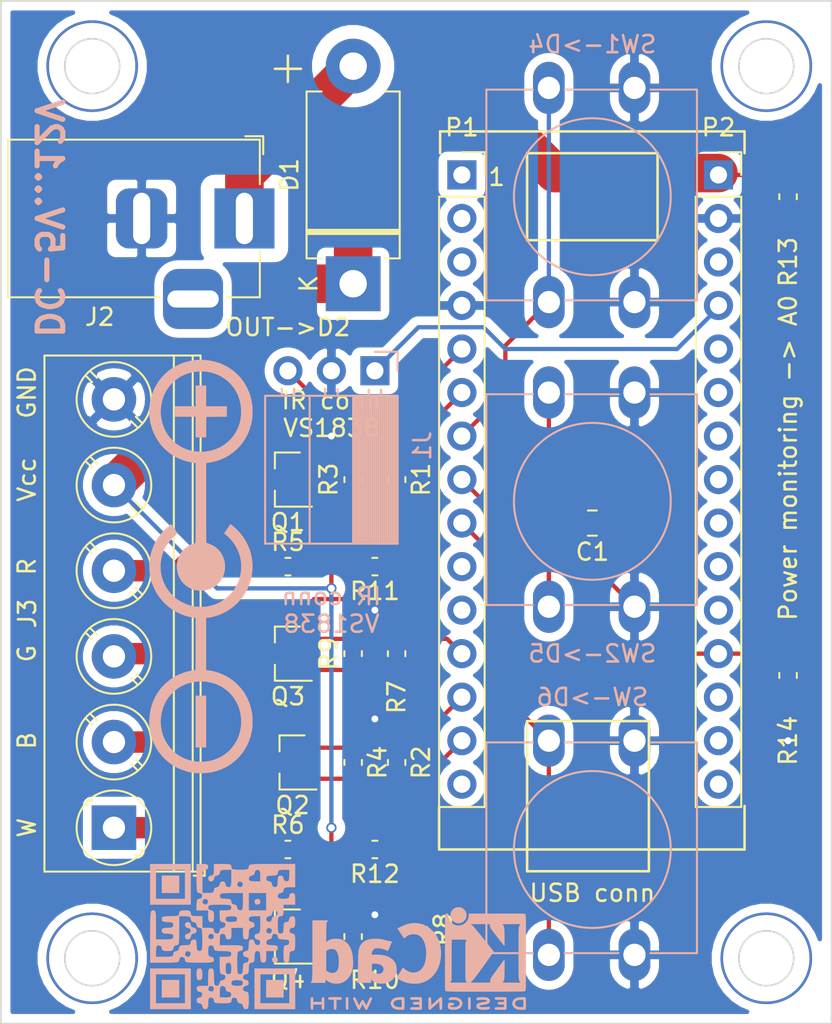
<source format=kicad_pcb>
(kicad_pcb (version 20171130) (host pcbnew 5.1.9-73d0e3b20d~88~ubuntu20.04.1)
  (title_block (date "jeu. 02 avril 2015"))
  (layers (0 F.Cu signal) (31 B.Cu signal) (34 B.Paste user) (35 F.Paste user) (36 B.SilkS user) (37 F.SilkS user) (38 B.Mask user) (39 F.Mask user) (44 Edge.Cuts user))
  (net 0 "")
  (net 1 GND)
  (net 2 /7)
  (net 3 /8)
  (net 4 /A7)
  (net 5 /A6)
  (net 6 /A5)
  (net 7 /A4)
  (net 8 /A3)
  (net 9 /A2)
  (net 10 /A1)
  (net 11 /AREF)
  (net 12 "/13(SCK)")
  (net 13 "/12(MISO)")
  (net 14 "Net-(D1-Pad2)")
  (net 15 12V)
  (net 16 D2)
  (net 17 5V)
  (net 18 R)
  (net 19 G)
  (net 20 B)
  (net 21 W)
  (net 22 D11)
  (net 23 D10)
  (net 24 D9)
  (net 25 D5)
  (net 26 D4)
  (net 27 D3)
  (net 28 "Net-(P2-Pad3)")
  (net 29 "Net-(P2-Pad14)")
  (net 30 "Net-(Q1-Pad1)")
  (net 31 "Net-(Q2-Pad1)")
  (net 32 "Net-(Q3-Pad1)")
  (net 33 "Net-(Q4-Pad1)")
  (net 34 /Reset)
  (net 35 "/0(Rx)")
  (net 36 "/1(Tx)")
  (net 37 D6)
  (net 38 A0)
  (module mikuz:Conn_01x02_mikuz (layer B.Cu) (at 125.73 115.57)
    (fp_text reference G*** hide)
    (fp_text value LOGO hide)
  )
  (module Symbol:Polarity_Center_Positive_6mm_SilkScreen (layer B.Cu) (at 124.46 93.98 90)
    (fp_text reference REF** hide)
    (fp_text value Polarity_Center_Positive_6mm_SilkScreen hide)
  )
  (module Symbol:KiCad-Logo2_5mm_SilkScreen (layer B.Cu) (at 137.16 116.84 180)
    (fp_text reference REF** hide)
    (fp_text value KiCad-Logo2_5mm_SilkScreen hide)
  )
  (module Capacitor_SMD:C_0603_1608Metric_Pad1.08x0.95mm_HandSolder (layer F.Cu) (at 158.75 100.33 270)
    (fp_text reference R14 (at 3.81 0 90) (layer F.SilkS))
    (fp_text value 680)
    (pad 2 smd roundrect (at 0.8625 0 270) (size 1.075 0.95) (layers F.Cu F.Paste F.Mask) (net 1 GND))
    (pad 1 smd roundrect (at -0.8625 0 270) (size 1.075 0.95) (layers F.Cu F.Paste F.Mask) (net 38 A0))
  )
  (module Capacitor_SMD:C_0603_1608Metric_Pad1.08x0.95mm_HandSolder (layer F.Cu) (at 158.75 72.39 270)
    (fp_text reference R13 (at 3.81 0 90) (layer F.SilkS))
    (fp_text value "10 K")
    (pad 2 smd roundrect (at 0.8625 0 270) (size 1.075 0.95) (layers F.Cu F.Paste F.Mask) (net 38 A0))
    (pad 1 smd roundrect (at -0.8625 0 270) (size 1.075 0.95) (layers F.Cu F.Paste F.Mask) (net 15 12V))
  )
  (module Capacitor_SMD:C_0805_2012Metric (layer F.Cu) (at 147.32 91.44 180)
    (fp_text reference C1 (at 0 -1.68) (layer F.SilkS))
    (fp_text value "1 mkF")
    (pad 2 smd roundrect (at 0.95 0 180) (size 1 1.45) (layers F.Cu F.Paste F.Mask) (net 1 GND))
    (pad 1 smd roundrect (at -0.95 0 180) (size 1 1.45) (layers F.Cu F.Paste F.Mask) (net 38 A0))
  )
  (module Diode_THT:D_DO-201AD_P12.70mm_Horizontal (layer F.Cu) (at 133.35 77.47 90)
    (fp_text reference D1 (at 6.35 -3.72 90) (layer F.SilkS))
    (fp_text value 1N5400)
    (fp_text user K (at 0 -2.6 90) (layer F.SilkS))
    (pad 2 thru_hole oval (at 12.7 0 90) (size 3.2 3.2) (drill 1.6) (layers *.Cu *.Mask) (net 14 "Net-(D1-Pad2)"))
    (pad 1 thru_hole rect (at 0 0 90) (size 3.2 3.2) (drill 1.6) (layers *.Cu *.Mask) (net 15 12V))
  )
  (module Button_Switch_THT:SW_PUSH-12mm (layer B.Cu) (at 144.78 104.14 270)
    (fp_text reference SW->D6 (at -2.54 -2.54 180) (layer B.SilkS) (effects (justify mirror)))
    (fp_text value SW_DIP_x01)
    (pad 2 thru_hole oval (at 0 -5 270) (size 3.048 1.85) (drill 1.3) (layers *.Cu *.Mask) (net 1 GND))
    (pad 1 thru_hole oval (at 0 0 270) (size 3.048 1.85) (drill 1.3) (layers *.Cu *.Mask) (net 37 D6))
    (pad 2 thru_hole oval (at 12.5 -5 270) (size 3.048 1.85) (drill 1.3) (layers *.Cu *.Mask) (net 1 GND))
    (pad 1 thru_hole oval (at 12.5 0 270) (size 3.048 1.85) (drill 1.3) (layers *.Cu *.Mask) (net 37 D6))
  )
  (module Connector_PinSocket_2.54mm:PinSocket_1x15_P2.54mm_Vertical (layer F.Cu) (at 154.686 71.12)
    (fp_text reference P2 (at 0 -2.77) (layer F.SilkS))
    (fp_text value Analog)
    (pad 15 thru_hole oval (at 0 35.56) (size 1.7 1.7) (drill 1) (layers *.Cu *.Mask) (net 12 "/13(SCK)"))
    (pad 14 thru_hole oval (at 0 33.02) (size 1.7 1.7) (drill 1) (layers *.Cu *.Mask) (net 29 "Net-(P2-Pad14)"))
    (pad 13 thru_hole oval (at 0 30.48) (size 1.7 1.7) (drill 1) (layers *.Cu *.Mask) (net 11 /AREF))
    (pad 12 thru_hole oval (at 0 27.94) (size 1.7 1.7) (drill 1) (layers *.Cu *.Mask) (net 38 A0))
    (pad 11 thru_hole oval (at 0 25.4) (size 1.7 1.7) (drill 1) (layers *.Cu *.Mask) (net 10 /A1))
    (pad 10 thru_hole oval (at 0 22.86) (size 1.7 1.7) (drill 1) (layers *.Cu *.Mask) (net 9 /A2))
    (pad 9 thru_hole oval (at 0 20.32) (size 1.7 1.7) (drill 1) (layers *.Cu *.Mask) (net 8 /A3))
    (pad 8 thru_hole oval (at 0 17.78) (size 1.7 1.7) (drill 1) (layers *.Cu *.Mask) (net 7 /A4))
    (pad 7 thru_hole oval (at 0 15.24) (size 1.7 1.7) (drill 1) (layers *.Cu *.Mask) (net 6 /A5))
    (pad 6 thru_hole oval (at 0 12.7) (size 1.7 1.7) (drill 1) (layers *.Cu *.Mask) (net 5 /A6))
    (pad 5 thru_hole oval (at 0 10.16) (size 1.7 1.7) (drill 1) (layers *.Cu *.Mask) (net 4 /A7))
    (pad 4 thru_hole oval (at 0 7.62) (size 1.7 1.7) (drill 1) (layers *.Cu *.Mask) (net 17 5V))
    (pad 3 thru_hole oval (at 0 5.08) (size 1.7 1.7) (drill 1) (layers *.Cu *.Mask) (net 28 "Net-(P2-Pad3)"))
    (pad 2 thru_hole oval (at 0 2.54) (size 1.7 1.7) (drill 1) (layers *.Cu *.Mask) (net 1 GND))
    (pad 1 thru_hole rect (at 0 0) (size 1.7 1.7) (drill 1) (layers *.Cu *.Mask) (net 15 12V))
  )
  (module Button_Switch_THT:SW_PUSH-12mm (layer B.Cu) (at 144.78 83.82 270)
    (fp_text reference SW2->D5 (at 15.24 -2.54 180) (layer B.SilkS) (effects (justify mirror)))
    (fp_text value SW_DIP_x01)
    (pad 2 thru_hole oval (at 0 -5 270) (size 3.048 1.85) (drill 1.3) (layers *.Cu *.Mask) (net 1 GND))
    (pad 1 thru_hole oval (at 0 0 270) (size 3.048 1.85) (drill 1.3) (layers *.Cu *.Mask) (net 25 D5))
    (pad 2 thru_hole oval (at 12.5 -5 270) (size 3.048 1.85) (drill 1.3) (layers *.Cu *.Mask) (net 1 GND))
    (pad 1 thru_hole oval (at 12.5 0 270) (size 3.048 1.85) (drill 1.3) (layers *.Cu *.Mask) (net 25 D5))
  )
  (module Button_Switch_THT:SW_PUSH-12mm (layer B.Cu) (at 144.78 66.04 270)
    (fp_text reference SW1->D4 (at -2.54 -2.54 180) (layer B.SilkS) (effects (justify mirror)))
    (fp_text value SW_DIP_x01)
    (pad 2 thru_hole oval (at 0 -5 270) (size 3.048 1.85) (drill 1.3) (layers *.Cu *.Mask) (net 1 GND))
    (pad 1 thru_hole oval (at 0 0 270) (size 3.048 1.85) (drill 1.3) (layers *.Cu *.Mask) (net 26 D4))
    (pad 2 thru_hole oval (at 12.5 -5 270) (size 3.048 1.85) (drill 1.3) (layers *.Cu *.Mask) (net 1 GND))
    (pad 1 thru_hole oval (at 12.5 0 270) (size 3.048 1.85) (drill 1.3) (layers *.Cu *.Mask) (net 26 D4))
  )
  (module Capacitor_SMD:C_0603_1608Metric_Pad1.08x0.95mm_HandSolder (layer F.Cu) (at 134.62 110.49 180)
    (fp_text reference R12 (at 0 -1.43) (layer F.SilkS))
    (fp_text value "3 K")
    (pad 2 smd roundrect (at 0.8625 0 180) (size 1.075 0.95) (layers F.Cu F.Paste F.Mask) (net 15 12V))
    (pad 1 smd roundrect (at -0.8625 0 180) (size 1.075 0.95) (layers F.Cu F.Paste F.Mask) (net 21 W))
  )
  (module Capacitor_SMD:C_0603_1608Metric_Pad1.08x0.95mm_HandSolder (layer F.Cu) (at 134.62 93.98 180)
    (fp_text reference R11 (at 0 -1.43) (layer F.SilkS))
    (fp_text value "3 K")
    (pad 2 smd roundrect (at 0.8625 0 180) (size 1.075 0.95) (layers F.Cu F.Paste F.Mask) (net 15 12V))
    (pad 1 smd roundrect (at -0.8625 0 180) (size 1.075 0.95) (layers F.Cu F.Paste F.Mask) (net 19 G))
  )
  (module Capacitor_SMD:C_0603_1608Metric_Pad1.08x0.95mm_HandSolder (layer F.Cu) (at 133.35 115.57 270)
    (fp_text reference R10 (at 2.54 -1.27 180) (layer F.SilkS))
    (fp_text value "10 K")
    (pad 2 smd roundrect (at 0.8625 0 270) (size 1.075 0.95) (layers F.Cu F.Paste F.Mask) (net 33 "Net-(Q4-Pad1)"))
    (pad 1 smd roundrect (at -0.8625 0 270) (size 1.075 0.95) (layers F.Cu F.Paste F.Mask) (net 1 GND))
  )
  (module Capacitor_SMD:C_0603_1608Metric_Pad1.08x0.95mm_HandSolder (layer F.Cu) (at 133.35 99.06 90)
    (fp_text reference R9 (at 0 -1.43 90) (layer F.SilkS))
    (fp_text value "10 K")
    (pad 2 smd roundrect (at 0.8625 0 90) (size 1.075 0.95) (layers F.Cu F.Paste F.Mask) (net 1 GND))
    (pad 1 smd roundrect (at -0.8625 0 90) (size 1.075 0.95) (layers F.Cu F.Paste F.Mask) (net 32 "Net-(Q3-Pad1)"))
  )
  (module Capacitor_SMD:C_0603_1608Metric_Pad1.08x0.95mm_HandSolder (layer F.Cu) (at 137.16 115.1625 270)
    (fp_text reference R8 (at 0 -1.43 90) (layer F.SilkS))
    (fp_text value "1 K")
    (pad 2 smd roundrect (at 0.8625 0 270) (size 1.075 0.95) (layers F.Cu F.Paste F.Mask) (net 33 "Net-(Q4-Pad1)"))
    (pad 1 smd roundrect (at -0.8625 0 270) (size 1.075 0.95) (layers F.Cu F.Paste F.Mask) (net 22 D11))
  )
  (module Capacitor_SMD:C_0603_1608Metric_Pad1.08x0.95mm_HandSolder (layer F.Cu) (at 135.89 99.06 90)
    (fp_text reference R7 (at -2.54 0 90) (layer F.SilkS))
    (fp_text value "1 K")
    (pad 2 smd roundrect (at 0.8625 0 90) (size 1.075 0.95) (layers F.Cu F.Paste F.Mask) (net 24 D9))
    (pad 1 smd roundrect (at -0.8625 0 90) (size 1.075 0.95) (layers F.Cu F.Paste F.Mask) (net 32 "Net-(Q3-Pad1)"))
  )
  (module Capacitor_SMD:C_0603_1608Metric_Pad1.08x0.95mm_HandSolder (layer F.Cu) (at 129.54 110.49)
    (fp_text reference R6 (at 0 -1.43) (layer F.SilkS))
    (fp_text value "3 K")
    (pad 2 smd roundrect (at 0.8625 0) (size 1.075 0.95) (layers F.Cu F.Paste F.Mask) (net 15 12V))
    (pad 1 smd roundrect (at -0.8625 0) (size 1.075 0.95) (layers F.Cu F.Paste F.Mask) (net 20 B))
  )
  (module Capacitor_SMD:C_0603_1608Metric_Pad1.08x0.95mm_HandSolder (layer F.Cu) (at 129.54 93.98)
    (fp_text reference R5 (at 0 -1.43) (layer F.SilkS))
    (fp_text value "3 K")
    (pad 2 smd roundrect (at 0.8625 0) (size 1.075 0.95) (layers F.Cu F.Paste F.Mask) (net 15 12V))
    (pad 1 smd roundrect (at -0.8625 0) (size 1.075 0.95) (layers F.Cu F.Paste F.Mask) (net 18 R))
  )
  (module Capacitor_SMD:C_0603_1608Metric_Pad1.08x0.95mm_HandSolder (layer F.Cu) (at 133.35 105.41 270)
    (fp_text reference R4 (at 0 -1.43 90) (layer F.SilkS))
    (fp_text value "10 K")
    (pad 2 smd roundrect (at 0.8625 0 270) (size 1.075 0.95) (layers F.Cu F.Paste F.Mask) (net 31 "Net-(Q2-Pad1)"))
    (pad 1 smd roundrect (at -0.8625 0 270) (size 1.075 0.95) (layers F.Cu F.Paste F.Mask) (net 1 GND))
  )
  (module Capacitor_SMD:C_0603_1608Metric_Pad1.08x0.95mm_HandSolder (layer F.Cu) (at 133.35 88.9 90)
    (fp_text reference R3 (at 0 -1.43 90) (layer F.SilkS))
    (fp_text value "10 K")
    (pad 2 smd roundrect (at 0.8625 0 90) (size 1.075 0.95) (layers F.Cu F.Paste F.Mask) (net 1 GND))
    (pad 1 smd roundrect (at -0.8625 0 90) (size 1.075 0.95) (layers F.Cu F.Paste F.Mask) (net 30 "Net-(Q1-Pad1)"))
  )
  (module Capacitor_SMD:C_0603_1608Metric_Pad1.08x0.95mm_HandSolder (layer F.Cu) (at 135.89 105.41 270)
    (fp_text reference R2 (at 0 -1.43 90) (layer F.SilkS))
    (fp_text value "1 K")
    (pad 2 smd roundrect (at 0.8625 0 270) (size 1.075 0.95) (layers F.Cu F.Paste F.Mask) (net 31 "Net-(Q2-Pad1)"))
    (pad 1 smd roundrect (at -0.8625 0 270) (size 1.075 0.95) (layers F.Cu F.Paste F.Mask) (net 23 D10))
  )
  (module Capacitor_SMD:C_0603_1608Metric_Pad1.08x0.95mm_HandSolder (layer F.Cu) (at 135.89 88.9 270)
    (fp_text reference R1 (at 0 -1.43 90) (layer F.SilkS))
    (fp_text value "1 K")
    (pad 2 smd roundrect (at 0.8625 0 270) (size 1.075 0.95) (layers F.Cu F.Paste F.Mask) (net 30 "Net-(Q1-Pad1)"))
    (pad 1 smd roundrect (at -0.8625 0 270) (size 1.075 0.95) (layers F.Cu F.Paste F.Mask) (net 27 D3))
  )
  (module Package_TO_SOT_SMD:SOT-23 (layer F.Cu) (at 129.54 115.57 180)
    (fp_text reference Q4 (at 0 -2.5) (layer F.SilkS))
    (fp_text value IRLML0030)
    (pad 3 smd rect (at 1 0 180) (size 0.9 0.8) (layers F.Cu F.Paste F.Mask) (net 21 W))
    (pad 2 smd rect (at -1 0.95 180) (size 0.9 0.8) (layers F.Cu F.Paste F.Mask) (net 1 GND))
    (pad 1 smd rect (at -1 -0.95 180) (size 0.9 0.8) (layers F.Cu F.Paste F.Mask) (net 33 "Net-(Q4-Pad1)"))
  )
  (module Package_TO_SOT_SMD:SOT-23 (layer F.Cu) (at 129.54 99.06 180)
    (fp_text reference Q3 (at 0 -2.5) (layer F.SilkS))
    (fp_text value IRLML0030)
    (pad 3 smd rect (at 1 0 180) (size 0.9 0.8) (layers F.Cu F.Paste F.Mask) (net 19 G))
    (pad 2 smd rect (at -1 0.95 180) (size 0.9 0.8) (layers F.Cu F.Paste F.Mask) (net 1 GND))
    (pad 1 smd rect (at -1 -0.95 180) (size 0.9 0.8) (layers F.Cu F.Paste F.Mask) (net 32 "Net-(Q3-Pad1)"))
  )
  (module Package_TO_SOT_SMD:SOT-23 (layer F.Cu) (at 129.81 105.41 180)
    (fp_text reference Q2 (at 0 -2.5) (layer F.SilkS))
    (fp_text value IRLML0030)
    (pad 3 smd rect (at 1 0 180) (size 0.9 0.8) (layers F.Cu F.Paste F.Mask) (net 20 B))
    (pad 2 smd rect (at -1 0.95 180) (size 0.9 0.8) (layers F.Cu F.Paste F.Mask) (net 1 GND))
    (pad 1 smd rect (at -1 -0.95 180) (size 0.9 0.8) (layers F.Cu F.Paste F.Mask) (net 31 "Net-(Q2-Pad1)"))
  )
  (module Package_TO_SOT_SMD:SOT-23 (layer F.Cu) (at 129.54 88.9 180)
    (fp_text reference Q1 (at 0 -2.5) (layer F.SilkS))
    (fp_text value IRLML0030)
    (pad 3 smd rect (at 1 0 180) (size 0.9 0.8) (layers F.Cu F.Paste F.Mask) (net 18 R))
    (pad 2 smd rect (at -1 0.95 180) (size 0.9 0.8) (layers F.Cu F.Paste F.Mask) (net 1 GND))
    (pad 1 smd rect (at -1 -0.95 180) (size 0.9 0.8) (layers F.Cu F.Paste F.Mask) (net 30 "Net-(Q1-Pad1)"))
  )
  (module Connector_PinSocket_2.54mm:PinSocket_1x15_P2.54mm_Vertical (layer F.Cu) (at 139.7 71.12)
    (fp_text reference P1 (at 0 -2.77) (layer F.SilkS))
    (fp_text value Digital)
    (pad 15 thru_hole oval (at 0 35.56) (size 1.7 1.7) (drill 1) (layers *.Cu *.Mask) (net 13 "/12(MISO)"))
    (pad 14 thru_hole oval (at 0 33.02) (size 1.7 1.7) (drill 1) (layers *.Cu *.Mask) (net 22 D11))
    (pad 13 thru_hole oval (at 0 30.48) (size 1.7 1.7) (drill 1) (layers *.Cu *.Mask) (net 23 D10))
    (pad 12 thru_hole oval (at 0 27.94) (size 1.7 1.7) (drill 1) (layers *.Cu *.Mask) (net 24 D9))
    (pad 11 thru_hole oval (at 0 25.4) (size 1.7 1.7) (drill 1) (layers *.Cu *.Mask) (net 3 /8))
    (pad 10 thru_hole oval (at 0 22.86) (size 1.7 1.7) (drill 1) (layers *.Cu *.Mask) (net 2 /7))
    (pad 9 thru_hole oval (at 0 20.32) (size 1.7 1.7) (drill 1) (layers *.Cu *.Mask) (net 37 D6))
    (pad 8 thru_hole oval (at 0 17.78) (size 1.7 1.7) (drill 1) (layers *.Cu *.Mask) (net 25 D5))
    (pad 7 thru_hole oval (at 0 15.24) (size 1.7 1.7) (drill 1) (layers *.Cu *.Mask) (net 26 D4))
    (pad 6 thru_hole oval (at 0 12.7) (size 1.7 1.7) (drill 1) (layers *.Cu *.Mask) (net 27 D3))
    (pad 5 thru_hole oval (at 0 10.16) (size 1.7 1.7) (drill 1) (layers *.Cu *.Mask) (net 16 D2))
    (pad 4 thru_hole oval (at 0 7.62) (size 1.7 1.7) (drill 1) (layers *.Cu *.Mask) (net 1 GND))
    (pad 3 thru_hole oval (at 0 5.08) (size 1.7 1.7) (drill 1) (layers *.Cu *.Mask) (net 34 /Reset))
    (pad 2 thru_hole oval (at 0 2.54) (size 1.7 1.7) (drill 1) (layers *.Cu *.Mask) (net 35 "/0(Rx)"))
    (pad 1 thru_hole rect (at 0 0) (size 1.7 1.7) (drill 1) (layers *.Cu *.Mask) (net 36 "/1(Tx)"))
  )
  (module TerminalBlock_Phoenix:TerminalBlock_Phoenix_PT-1,5-6-5.0-H_1x06_P5.00mm_Horizontal (layer F.Cu) (at 119.38 109.22 90)
    (fp_text reference J3 (at 12.5 -5.06 90) (layer F.SilkS))
    (fp_text value Screw_Terminal_01x06)
    (pad 6 thru_hole circle (at 25 0 90) (size 2.6 2.6) (drill 1.3) (layers *.Cu *.Mask) (net 1 GND))
    (pad 5 thru_hole circle (at 20 0 90) (size 2.6 2.6) (drill 1.3) (layers *.Cu *.Mask) (net 15 12V))
    (pad 4 thru_hole circle (at 15 0 90) (size 2.6 2.6) (drill 1.3) (layers *.Cu *.Mask) (net 18 R))
    (pad 3 thru_hole circle (at 10 0 90) (size 2.6 2.6) (drill 1.3) (layers *.Cu *.Mask) (net 19 G))
    (pad 2 thru_hole circle (at 5 0 90) (size 2.6 2.6) (drill 1.3) (layers *.Cu *.Mask) (net 20 B))
    (pad 1 thru_hole rect (at 0 0 90) (size 2.6 2.6) (drill 1.3) (layers *.Cu *.Mask) (net 21 W))
  )
  (module mikuz:BarrelJack_Horizontal (layer F.Cu) (at 127 73.66)
    (fp_text reference J2 (at -8.45 5.75 -180) (layer F.SilkS))
    (fp_text value 12V)
    (pad 3 thru_hole roundrect (at -3 4.7) (size 3.5 3.5) (drill oval 3 1) (layers *.Cu *.Mask))
    (pad 2 thru_hole roundrect (at -6 0) (size 3 3.5) (drill oval 1 3) (layers *.Cu *.Mask) (net 1 GND))
    (pad 1 thru_hole rect (at 0 0) (size 3.5 3.5) (drill oval 1 3) (layers *.Cu *.Mask) (net 14 "Net-(D1-Pad2)"))
  )
  (module Connector_PinSocket_2.54mm:PinSocket_1x03_P2.54mm_Horizontal (layer B.Cu) (at 134.62 82.55 90)
    (fp_text reference J1 (at -4.38 2.77 270) (layer B.SilkS) (effects (justify mirror)))
    (fp_text value IR)
    (pad 3 thru_hole oval (at 0 -5.08 90) (size 1.7 1.7) (drill 1) (layers *.Cu *.Mask) (net 16 D2))
    (pad 2 thru_hole oval (at 0 -2.54 90) (size 1.7 1.7) (drill 1) (layers *.Cu *.Mask) (net 1 GND))
    (pad 1 thru_hole rect (at 0 0 90) (size 1.7 1.7) (drill 1) (layers *.Cu *.Mask) (net 17 5V))
  )
  (gr_text OUT->D2 (at 129.54 80.01) (layer F.SilkS) (effects (font (size 1 1))))
  (gr_text "IR conn\nVS1838" (at 132.08 96.52) (layer B.SilkS) (effects (font (size 1 1)) (justify mirror)))
  (gr_text "IR conn\nVS1838" (at 132.08 85.09) (layer F.SilkS) (effects (font (size 1 1))))
  (gr_line (start 138.43 68.58) (end 138.43 69.85) (layer F.SilkS) (width 0.15))
  (gr_line (start 156.21 68.58) (end 138.43 68.58) (layer F.SilkS) (width 0.15))
  (gr_line (start 156.21 69.85) (end 156.21 68.58) (layer F.SilkS) (width 0.15))
  (gr_text "Power monitoring -> A0" (at 158.75 87.63 90) (layer F.SilkS) (effects (font (size 1 1))))
  (gr_line (start 156.21 107.95) (end 156.21 110.49) (layer F.SilkS) (width 0.15))
  (gr_line (start 138.37 108.01) (end 138.37 110.49) (layer F.SilkS) (width 0.15))
  (gr_line (start 143.51 74.93) (end 143.51 69.85) (layer F.SilkS) (width 0.15))
  (gr_line (start 151.13 74.93) (end 143.51 74.93) (layer F.SilkS) (width 0.15))
  (gr_line (start 151.13 69.85) (end 151.13 74.93) (layer F.SilkS) (width 0.15))
  (gr_line (start 143.51 69.85) (end 151.13 69.85) (layer F.SilkS) (width 0.15))
  (gr_text "USB conn" (at 147.32 113.03) (layer F.SilkS) (effects (font (size 1 1))))
  (gr_line (start 138.43 110.49) (end 156.21 110.49) (layer F.SilkS) (width 0.15))
  (gr_text GND (at 114.3 83.82 90) (layer F.SilkS) (effects (font (size 1 1))))
  (gr_text Vcc (at 114.3 88.9 90) (layer F.SilkS) (effects (font (size 1 1))))
  (gr_text R (at 114.3 93.98 90) (layer F.SilkS) (effects (font (size 1 1))))
  (gr_text G (at 114.3 99.06 90) (layer F.SilkS) (effects (font (size 1 1))))
  (gr_text B (at 114.3 104.14 90) (layer F.SilkS) (effects (font (size 1 1))))
  (gr_text W (at 114.3 109.22 90) (layer F.SilkS) (effects (font (size 1 1))))
  (gr_text DC-5V...12V (at 115.57 73.66 -90) (layer B.SilkS) (effects (font (size 1.5 1.5) (thickness 0.3)) (justify mirror)))
  (gr_text + (at 129.54 64.77) (layer F.SilkS) (effects (font (size 2 2))))
  (gr_circle (center 157.48 116.84) (end 160.08 116.84) (layer F.Cu) (width 0.15))
  (gr_circle (center 157.48 116.84) (end 159.08 116.84) (layer Edge.Cuts) (width 0.1))
  (gr_circle (center 157.48 116.84) (end 160.08 116.84) (layer B.Cu) (width 0.15))
  (gr_circle (center 118.11 116.84) (end 120.71 116.84) (layer F.Cu) (width 0.15))
  (gr_circle (center 118.11 116.84) (end 119.71 116.84) (layer Edge.Cuts) (width 0.1))
  (gr_circle (center 118.11 116.84) (end 120.71 116.84) (layer B.Cu) (width 0.15))
  (gr_circle (center 157.48 64.77) (end 160.08 64.77) (layer F.Cu) (width 0.15))
  (gr_circle (center 157.48 64.77) (end 159.08 64.77) (layer Edge.Cuts) (width 0.1))
  (gr_circle (center 157.48 64.77) (end 160.08 64.77) (layer B.Cu) (width 0.15))
  (gr_circle (center 118.11 64.77) (end 120.71 64.77) (layer B.Cu) (width 0.15))
  (gr_circle (center 118.11 64.77) (end 120.71 64.77) (layer F.Cu) (width 0.15))
  (gr_circle (center 118.11 64.77) (end 119.71 64.77) (layer Edge.Cuts) (width 0.1))
  (gr_line (start 112.776 60.96) (end 161.29 60.96) (angle 90) (layer Edge.Cuts) (width 0.1))
  (gr_text 1 (at 141.732 71.247) (layer F.SilkS) (effects (font (size 1 1))))
  (gr_line (start 150.622 102.997) (end 150.622 111.76) (angle 90) (layer F.SilkS) (width 0.15))
  (gr_line (start 143.51 102.997) (end 150.622 102.997) (angle 90) (layer F.SilkS) (width 0.15))
  (gr_line (start 143.51 110.617) (end 143.51 102.997) (angle 90) (layer F.SilkS) (width 0.15))
  (gr_line (start 143.51 110.617) (end 143.51 111.76) (angle 90) (layer F.SilkS) (width 0.15))
  (gr_line (start 143.51 111.76) (end 150.622 111.76) (angle 90) (layer F.SilkS) (width 0.15))
  (gr_line (start 112.776 60.96) (end 112.776 120.65) (angle 90) (layer Edge.Cuts) (width 0.1))
  (gr_line (start 161.29 120.65) (end 161.29 60.96) (angle 90) (layer Edge.Cuts) (width 0.1))
  (gr_line (start 112.776 120.65) (end 161.29 120.65) (angle 90) (layer Edge.Cuts) (width 0.1))
  (via (at 158.75 104.14) (size 0.6) (drill 0.4) (layers F.Cu B.Cu) (net 1))
  (via (at 132.08 86.36) (size 0.6) (drill 0.4) (layers F.Cu B.Cu) (net 1))
  (via (at 134.62 96.52) (size 0.6) (drill 0.4) (layers F.Cu B.Cu) (net 1))
  (via (at 134.62 102.87) (size 0.6) (drill 0.4) (layers F.Cu B.Cu) (net 1))
  (via (at 134.62 114.3) (size 0.6) (drill 0.4) (layers F.Cu B.Cu) (net 1))
  (segment (start 130.6275 88.0375) (end 130.54 87.95) (width 0.25) (layer F.Cu) (net 1))
  (segment (start 130.8975 104.5475) (end 130.81 104.46) (width 0.25) (layer F.Cu) (net 1))
  (segment (start 133.35 104.5475) (end 130.8975 104.5475) (width 0.25) (layer F.Cu) (net 1))
  (segment (start 130.6275 114.7075) (end 130.54 114.62) (width 0.25) (layer F.Cu) (net 1))
  (segment (start 133.35 114.7075) (end 130.6275 114.7075) (width 0.25) (layer F.Cu) (net 1))
  (segment (start 130.6275 98.1975) (end 130.54 98.11) (width 0.25) (layer F.Cu) (net 1))
  (segment (start 133.35 98.1975) (end 130.6275 98.1975) (width 0.25) (layer F.Cu) (net 1))
  (segment (start 132.4875 86.7675) (end 132.08 86.36) (width 0.25) (layer F.Cu) (net 1))
  (segment (start 132.4875 88.0375) (end 132.4875 86.7675) (width 0.25) (layer F.Cu) (net 1))
  (segment (start 133.35 88.0375) (end 132.4875 88.0375) (width 0.25) (layer F.Cu) (net 1))
  (segment (start 132.4875 88.0375) (end 130.6275 88.0375) (width 0.25) (layer F.Cu) (net 1))
  (segment (start 133.35 104.14) (end 134.62 102.87) (width 0.25) (layer F.Cu) (net 1))
  (segment (start 133.35 104.5475) (end 133.35 104.14) (width 0.25) (layer F.Cu) (net 1))
  (segment (start 134.2125 114.7075) (end 134.62 114.3) (width 0.25) (layer F.Cu) (net 1))
  (segment (start 133.35 114.7075) (end 134.2125 114.7075) (width 0.25) (layer F.Cu) (net 1))
  (segment (start 133.35 97.79) (end 134.62 96.52) (width 0.25) (layer F.Cu) (net 1))
  (segment (start 133.35 98.1975) (end 133.35 97.79) (width 0.25) (layer F.Cu) (net 1))
  (segment (start 146.37 92.91) (end 149.78 96.32) (width 0.25) (layer F.Cu) (net 1))
  (segment (start 146.37 91.44) (end 146.37 92.91) (width 0.25) (layer F.Cu) (net 1))
  (segment (start 158.75 104.14) (end 158.75 101.1925) (width 0.25) (layer F.Cu) (net 1))
  (segment (start 127 71.12) (end 133.35 64.77) (width 2.25) (layer F.Cu) (net 14))
  (segment (start 127 73.66) (end 127 71.12) (width 2.25) (layer F.Cu) (net 14))
  (via (at 132.08 95.25) (size 0.6) (drill 0.4) (layers F.Cu B.Cu) (net 15))
  (via (at 132.08 109.22) (size 0.6) (drill 0.4) (layers F.Cu B.Cu) (net 15))
  (segment (start 145.122477 71.011999) (end 154.686 71.011999) (width 2.25) (layer F.Cu) (net 15))
  (segment (start 141.92999 67.819512) (end 145.122477 71.011999) (width 2.25) (layer F.Cu) (net 15))
  (segment (start 138.370966 67.819512) (end 141.92999 67.819512) (width 2.25) (layer F.Cu) (net 15))
  (segment (start 133.35 72.840478) (end 138.370966 67.819512) (width 2.25) (layer F.Cu) (net 15))
  (segment (start 133.35 77.47) (end 133.35 72.840478) (width 2.25) (layer F.Cu) (net 15))
  (segment (start 130.599814 77.47) (end 133.35 77.47) (width 2.25) (layer F.Cu) (net 15))
  (segment (start 122.87 85.199814) (end 130.599814 77.47) (width 2.25) (layer F.Cu) (net 15))
  (segment (start 122.87 85.73) (end 122.87 85.199814) (width 2.25) (layer F.Cu) (net 15))
  (segment (start 119.38 89.22) (end 122.87 85.73) (width 2.25) (layer F.Cu) (net 15))
  (segment (start 132.08 110.49) (end 132.08 109.22) (width 0.25) (layer F.Cu) (net 15))
  (segment (start 133.7575 110.49) (end 132.08 110.49) (width 0.25) (layer F.Cu) (net 15))
  (segment (start 132.08 110.49) (end 130.4025 110.49) (width 0.25) (layer F.Cu) (net 15))
  (segment (start 132.08 95.25) (end 132.08 93.98) (width 0.25) (layer F.Cu) (net 15))
  (segment (start 132.08 93.98) (end 133.7575 93.98) (width 0.25) (layer F.Cu) (net 15))
  (segment (start 130.4025 93.98) (end 132.08 93.98) (width 0.25) (layer F.Cu) (net 15))
  (segment (start 132.08 95.25) (end 132.08 109.22) (width 0.25) (layer B.Cu) (net 15))
  (segment (start 125.41 95.25) (end 119.38 89.22) (width 0.25) (layer B.Cu) (net 15))
  (segment (start 132.08 95.25) (end 125.41 95.25) (width 0.25) (layer B.Cu) (net 15))
  (segment (start 154.686 71.12) (end 156.21 71.12) (width 0.25) (layer F.Cu) (net 15))
  (segment (start 156.21 71.12) (end 157.48 69.85) (width 0.25) (layer F.Cu) (net 15))
  (segment (start 157.48 69.85) (end 158.75 69.85) (width 0.25) (layer F.Cu) (net 15))
  (segment (start 158.75 69.85) (end 158.75 71.5275) (width 0.25) (layer F.Cu) (net 15))
  (segment (start 129.54 82.55) (end 132.08 85.09) (width 0.25) (layer F.Cu) (net 16))
  (segment (start 136.690998 85.09) (end 137.16 84.620998) (width 0.25) (layer F.Cu) (net 16))
  (segment (start 132.08 85.09) (end 136.690998 85.09) (width 0.25) (layer F.Cu) (net 16))
  (segment (start 137.16 83.82) (end 139.7 81.28) (width 0.25) (layer F.Cu) (net 16))
  (segment (start 137.16 84.620998) (end 137.16 83.82) (width 0.25) (layer F.Cu) (net 16))
  (segment (start 154.686 78.867) (end 152.273 81.28) (width 0.25) (layer B.Cu) (net 17))
  (segment (start 152.273 81.28) (end 142.24 81.28) (width 0.25) (layer B.Cu) (net 17))
  (segment (start 142.24 81.28) (end 140.97 80.01) (width 0.25) (layer B.Cu) (net 17))
  (segment (start 137.16 80.01) (end 134.62 82.55) (width 0.25) (layer B.Cu) (net 17))
  (segment (start 140.97 80.01) (end 137.16 80.01) (width 0.25) (layer B.Cu) (net 17))
  (segment (start 123.22 94.22) (end 128.54 88.9) (width 1.25) (layer F.Cu) (net 18))
  (segment (start 119.38 94.22) (end 123.22 94.22) (width 1.25) (layer F.Cu) (net 18))
  (segment (start 128.6775 89.0375) (end 128.54 88.9) (width 0.25) (layer F.Cu) (net 18))
  (segment (start 128.6775 93.98) (end 128.6775 89.0375) (width 0.25) (layer F.Cu) (net 18))
  (segment (start 119.54 99.06) (end 119.38 99.22) (width 1.25) (layer F.Cu) (net 19))
  (segment (start 128.54 99.06) (end 119.54 99.06) (width 1.25) (layer F.Cu) (net 19))
  (segment (start 128.54 98.41) (end 128.54 99.06) (width 0.25) (layer F.Cu) (net 19))
  (segment (start 136.534999 95.875001) (end 131.074999 95.875001) (width 0.25) (layer F.Cu) (net 19))
  (segment (start 131.074999 95.875001) (end 128.54 98.41) (width 0.25) (layer F.Cu) (net 19))
  (segment (start 137.16 95.25) (end 136.534999 95.875001) (width 0.25) (layer F.Cu) (net 19))
  (segment (start 137.16 93.98) (end 137.16 95.25) (width 0.25) (layer F.Cu) (net 19))
  (segment (start 135.4825 93.98) (end 137.16 93.98) (width 0.25) (layer F.Cu) (net 19))
  (segment (start 127.62 104.22) (end 128.81 105.41) (width 1.25) (layer F.Cu) (net 20))
  (segment (start 119.38 104.22) (end 127.62 104.22) (width 1.25) (layer F.Cu) (net 20))
  (segment (start 128.6775 105.5425) (end 128.81 105.41) (width 0.25) (layer F.Cu) (net 20))
  (segment (start 128.6775 110.49) (end 128.6775 105.5425) (width 0.25) (layer F.Cu) (net 20))
  (segment (start 119.38 109.22) (end 122.19 109.22) (width 1.25) (layer F.Cu) (net 21))
  (segment (start 135.4825 110.49) (end 135.4825 112.1675) (width 0.25) (layer F.Cu) (net 21))
  (segment (start 135.4825 112.1675) (end 134.62 113.03) (width 0.25) (layer F.Cu) (net 21))
  (segment (start 129.93 113.53) (end 126.5 113.53) (width 0.25) (layer F.Cu) (net 21))
  (segment (start 130.43 113.03) (end 129.93 113.53) (width 0.25) (layer F.Cu) (net 21))
  (segment (start 134.62 113.03) (end 130.43 113.03) (width 0.25) (layer F.Cu) (net 21))
  (segment (start 126.5 113.53) (end 128.54 115.57) (width 1.25) (layer F.Cu) (net 21))
  (segment (start 122.19 109.22) (end 126.5 113.53) (width 1.25) (layer F.Cu) (net 21))
  (segment (start 137.16 106.68) (end 139.7 104.14) (width 0.25) (layer F.Cu) (net 22))
  (segment (start 137.16 114.3) (end 137.16 106.68) (width 0.25) (layer F.Cu) (net 22))
  (segment (start 136.7525 104.5475) (end 139.7 101.6) (width 0.25) (layer F.Cu) (net 23))
  (segment (start 135.89 104.5475) (end 136.7525 104.5475) (width 0.25) (layer F.Cu) (net 23))
  (segment (start 138.8375 98.1975) (end 139.7 99.06) (width 0.25) (layer F.Cu) (net 24))
  (segment (start 135.89 98.1975) (end 138.8375 98.1975) (width 0.25) (layer F.Cu) (net 24))
  (segment (start 144.78 96.32) (end 144.78 83.82) (width 0.25) (layer F.Cu) (net 25))
  (segment (start 144.78 93.98) (end 139.7 88.9) (width 0.25) (layer F.Cu) (net 25))
  (segment (start 144.78 96.32) (end 144.78 93.98) (width 0.25) (layer F.Cu) (net 25))
  (segment (start 139.7 86.36) (end 142.24 83.82) (width 0.25) (layer F.Cu) (net 26))
  (segment (start 142.24 81.08) (end 144.78 78.54) (width 0.25) (layer F.Cu) (net 26))
  (segment (start 142.24 83.82) (end 142.24 81.08) (width 0.25) (layer F.Cu) (net 26))
  (segment (start 144.78 78.54) (end 144.78 66.04) (width 0.25) (layer B.Cu) (net 26))
  (segment (start 135.89 87.63) (end 139.7 83.82) (width 0.25) (layer F.Cu) (net 27))
  (segment (start 135.89 88.0375) (end 135.89 87.63) (width 0.25) (layer F.Cu) (net 27))
  (segment (start 133.2625 89.85) (end 133.35 89.7625) (width 0.25) (layer F.Cu) (net 30))
  (segment (start 130.54 89.85) (end 133.2625 89.85) (width 0.25) (layer F.Cu) (net 30))
  (segment (start 133.35 89.7625) (end 135.89 89.7625) (width 0.25) (layer F.Cu) (net 30))
  (segment (start 135.89 106.2725) (end 133.35 106.2725) (width 0.25) (layer F.Cu) (net 31))
  (segment (start 133.2625 106.36) (end 133.35 106.2725) (width 0.25) (layer F.Cu) (net 31))
  (segment (start 130.81 106.36) (end 133.2625 106.36) (width 0.25) (layer F.Cu) (net 31))
  (segment (start 133.2625 100.01) (end 133.35 99.9225) (width 0.25) (layer F.Cu) (net 32))
  (segment (start 130.54 100.01) (end 133.2625 100.01) (width 0.25) (layer F.Cu) (net 32))
  (segment (start 133.35 99.9225) (end 135.89 99.9225) (width 0.25) (layer F.Cu) (net 32))
  (segment (start 133.7575 116.025) (end 133.35 116.4325) (width 0.25) (layer F.Cu) (net 33))
  (segment (start 137.16 116.025) (end 133.7575 116.025) (width 0.25) (layer F.Cu) (net 33))
  (segment (start 130.6275 116.4325) (end 130.54 116.52) (width 0.25) (layer F.Cu) (net 33))
  (segment (start 133.35 116.4325) (end 130.6275 116.4325) (width 0.25) (layer F.Cu) (net 33))
  (segment (start 144.78 116.64) (end 144.78 104.14) (width 0.25) (layer F.Cu) (net 37))
  (segment (start 144.78 104.14) (end 142.24 101.6) (width 0.25) (layer F.Cu) (net 37))
  (segment (start 142.24 93.98) (end 139.7 91.44) (width 0.25) (layer F.Cu) (net 37))
  (segment (start 142.24 101.6) (end 142.24 93.98) (width 0.25) (layer F.Cu) (net 37))
  (segment (start 154.686 99.06) (end 157.48 99.06) (width 0.25) (layer F.Cu) (net 38))
  (segment (start 157.48 99.06) (end 158.75 97.79) (width 0.25) (layer F.Cu) (net 38))
  (segment (start 158.75 97.79) (end 158.75 99.4675) (width 0.25) (layer F.Cu) (net 38))
  (segment (start 158.75 73.2525) (end 158.75 97.79) (width 0.25) (layer F.Cu) (net 38))
  (segment (start 148.27 91.44) (end 151.13 91.44) (width 0.25) (layer F.Cu) (net 38))
  (segment (start 151.13 91.44) (end 152.4 92.71) (width 0.25) (layer F.Cu) (net 38))
  (segment (start 152.4 92.71) (end 152.4 99.06) (width 0.25) (layer F.Cu) (net 38))
  (segment (start 152.4 99.06) (end 154.686 99.06) (width 0.25) (layer F.Cu) (net 38))
  (zone (net 1) (net_name GND) (layer B.Cu) (connect_pads (clearance 0.508)) (min_thickness 0.254) (fill yes (arc_segments 32) (thermal_gap 0.508) (thermal_bridge_width 0.508))
    (polygon (pts (xy 161.29 120.65) (xy 113.03 120.65) (xy 113.03 60.96) (xy 161.29 60.96)))
  )
)
</source>
